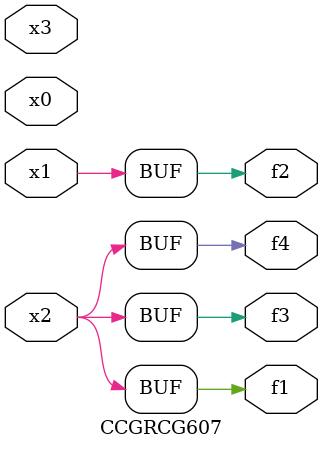
<source format=v>
module CCGRCG607(
	input x0, x1, x2, x3,
	output f1, f2, f3, f4
);
	assign f1 = x2;
	assign f2 = x1;
	assign f3 = x2;
	assign f4 = x2;
endmodule

</source>
